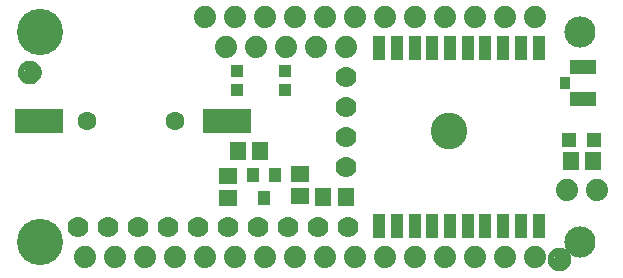
<source format=gbr>
G04 EAGLE Gerber RS-274X export*
G75*
%MOMM*%
%FSLAX34Y34*%
%LPD*%
%INSoldermask Top*%
%IPPOS*%
%AMOC8*
5,1,8,0,0,1.08239X$1,22.5*%
G01*
%ADD10R,1.101600X2.101600*%
%ADD11C,3.101600*%
%ADD12R,1.301600X1.301600*%
%ADD13R,1.341600X1.601600*%
%ADD14R,1.601600X1.341600*%
%ADD15C,1.601600*%
%ADD16R,4.101600X2.101600*%
%ADD17C,1.101600*%
%ADD18C,0.500000*%
%ADD19R,2.301600X1.151600*%
%ADD20R,0.901600X1.101600*%
%ADD21C,2.641600*%
%ADD22C,3.911600*%
%ADD23C,1.879600*%
%ADD24R,1.001600X1.001600*%
%ADD25C,1.778000*%
%ADD26R,1.101600X1.301600*%


D10*
X312230Y39300D03*
X327230Y39300D03*
X342230Y39300D03*
X357230Y39300D03*
X372230Y39300D03*
X387230Y39300D03*
X402230Y39300D03*
X417230Y39300D03*
X432230Y39300D03*
X447230Y39300D03*
X447230Y189300D03*
X432230Y189300D03*
X417230Y189300D03*
X402230Y189300D03*
X387230Y189300D03*
X372230Y189300D03*
X357230Y189300D03*
X342230Y189300D03*
X327230Y189300D03*
X312230Y189300D03*
D11*
X371230Y119300D03*
D12*
X494370Y112000D03*
X473370Y112000D03*
D13*
X474370Y94220D03*
X493370Y94220D03*
X283820Y63500D03*
X264820Y63500D03*
X192430Y102870D03*
X211430Y102870D03*
D14*
X184150Y62650D03*
X184150Y81650D03*
D15*
X139830Y128270D03*
X65330Y128270D03*
D16*
X24330Y128270D03*
X183230Y128270D03*
D17*
X16510Y168910D03*
D18*
X16510Y176410D02*
X16329Y176408D01*
X16148Y176401D01*
X15967Y176390D01*
X15786Y176375D01*
X15606Y176355D01*
X15426Y176331D01*
X15247Y176303D01*
X15069Y176270D01*
X14892Y176233D01*
X14715Y176192D01*
X14540Y176147D01*
X14365Y176097D01*
X14192Y176043D01*
X14021Y175985D01*
X13850Y175923D01*
X13682Y175856D01*
X13515Y175786D01*
X13349Y175712D01*
X13186Y175633D01*
X13025Y175551D01*
X12865Y175465D01*
X12708Y175375D01*
X12553Y175281D01*
X12400Y175184D01*
X12250Y175082D01*
X12102Y174978D01*
X11956Y174869D01*
X11814Y174758D01*
X11674Y174642D01*
X11537Y174524D01*
X11402Y174402D01*
X11271Y174277D01*
X11143Y174149D01*
X11018Y174018D01*
X10896Y173883D01*
X10778Y173746D01*
X10662Y173606D01*
X10551Y173464D01*
X10442Y173318D01*
X10338Y173170D01*
X10236Y173020D01*
X10139Y172867D01*
X10045Y172712D01*
X9955Y172555D01*
X9869Y172395D01*
X9787Y172234D01*
X9708Y172071D01*
X9634Y171905D01*
X9564Y171738D01*
X9497Y171570D01*
X9435Y171399D01*
X9377Y171228D01*
X9323Y171055D01*
X9273Y170880D01*
X9228Y170705D01*
X9187Y170528D01*
X9150Y170351D01*
X9117Y170173D01*
X9089Y169994D01*
X9065Y169814D01*
X9045Y169634D01*
X9030Y169453D01*
X9019Y169272D01*
X9012Y169091D01*
X9010Y168910D01*
X16510Y176410D02*
X16691Y176408D01*
X16872Y176401D01*
X17053Y176390D01*
X17234Y176375D01*
X17414Y176355D01*
X17594Y176331D01*
X17773Y176303D01*
X17951Y176270D01*
X18128Y176233D01*
X18305Y176192D01*
X18480Y176147D01*
X18655Y176097D01*
X18828Y176043D01*
X18999Y175985D01*
X19170Y175923D01*
X19338Y175856D01*
X19505Y175786D01*
X19671Y175712D01*
X19834Y175633D01*
X19995Y175551D01*
X20155Y175465D01*
X20312Y175375D01*
X20467Y175281D01*
X20620Y175184D01*
X20770Y175082D01*
X20918Y174978D01*
X21064Y174869D01*
X21206Y174758D01*
X21346Y174642D01*
X21483Y174524D01*
X21618Y174402D01*
X21749Y174277D01*
X21877Y174149D01*
X22002Y174018D01*
X22124Y173883D01*
X22242Y173746D01*
X22358Y173606D01*
X22469Y173464D01*
X22578Y173318D01*
X22682Y173170D01*
X22784Y173020D01*
X22881Y172867D01*
X22975Y172712D01*
X23065Y172555D01*
X23151Y172395D01*
X23233Y172234D01*
X23312Y172071D01*
X23386Y171905D01*
X23456Y171738D01*
X23523Y171570D01*
X23585Y171399D01*
X23643Y171228D01*
X23697Y171055D01*
X23747Y170880D01*
X23792Y170705D01*
X23833Y170528D01*
X23870Y170351D01*
X23903Y170173D01*
X23931Y169994D01*
X23955Y169814D01*
X23975Y169634D01*
X23990Y169453D01*
X24001Y169272D01*
X24008Y169091D01*
X24010Y168910D01*
X24008Y168729D01*
X24001Y168548D01*
X23990Y168367D01*
X23975Y168186D01*
X23955Y168006D01*
X23931Y167826D01*
X23903Y167647D01*
X23870Y167469D01*
X23833Y167292D01*
X23792Y167115D01*
X23747Y166940D01*
X23697Y166765D01*
X23643Y166592D01*
X23585Y166421D01*
X23523Y166250D01*
X23456Y166082D01*
X23386Y165915D01*
X23312Y165749D01*
X23233Y165586D01*
X23151Y165425D01*
X23065Y165265D01*
X22975Y165108D01*
X22881Y164953D01*
X22784Y164800D01*
X22682Y164650D01*
X22578Y164502D01*
X22469Y164356D01*
X22358Y164214D01*
X22242Y164074D01*
X22124Y163937D01*
X22002Y163802D01*
X21877Y163671D01*
X21749Y163543D01*
X21618Y163418D01*
X21483Y163296D01*
X21346Y163178D01*
X21206Y163062D01*
X21064Y162951D01*
X20918Y162842D01*
X20770Y162738D01*
X20620Y162636D01*
X20467Y162539D01*
X20312Y162445D01*
X20155Y162355D01*
X19995Y162269D01*
X19834Y162187D01*
X19671Y162108D01*
X19505Y162034D01*
X19338Y161964D01*
X19170Y161897D01*
X18999Y161835D01*
X18828Y161777D01*
X18655Y161723D01*
X18480Y161673D01*
X18305Y161628D01*
X18128Y161587D01*
X17951Y161550D01*
X17773Y161517D01*
X17594Y161489D01*
X17414Y161465D01*
X17234Y161445D01*
X17053Y161430D01*
X16872Y161419D01*
X16691Y161412D01*
X16510Y161410D01*
X16329Y161412D01*
X16148Y161419D01*
X15967Y161430D01*
X15786Y161445D01*
X15606Y161465D01*
X15426Y161489D01*
X15247Y161517D01*
X15069Y161550D01*
X14892Y161587D01*
X14715Y161628D01*
X14540Y161673D01*
X14365Y161723D01*
X14192Y161777D01*
X14021Y161835D01*
X13850Y161897D01*
X13682Y161964D01*
X13515Y162034D01*
X13349Y162108D01*
X13186Y162187D01*
X13025Y162269D01*
X12865Y162355D01*
X12708Y162445D01*
X12553Y162539D01*
X12400Y162636D01*
X12250Y162738D01*
X12102Y162842D01*
X11956Y162951D01*
X11814Y163062D01*
X11674Y163178D01*
X11537Y163296D01*
X11402Y163418D01*
X11271Y163543D01*
X11143Y163671D01*
X11018Y163802D01*
X10896Y163937D01*
X10778Y164074D01*
X10662Y164214D01*
X10551Y164356D01*
X10442Y164502D01*
X10338Y164650D01*
X10236Y164800D01*
X10139Y164953D01*
X10045Y165108D01*
X9955Y165265D01*
X9869Y165425D01*
X9787Y165586D01*
X9708Y165749D01*
X9634Y165915D01*
X9564Y166082D01*
X9497Y166250D01*
X9435Y166421D01*
X9377Y166592D01*
X9323Y166765D01*
X9273Y166940D01*
X9228Y167115D01*
X9187Y167292D01*
X9150Y167469D01*
X9117Y167647D01*
X9089Y167826D01*
X9065Y168006D01*
X9045Y168186D01*
X9030Y168367D01*
X9019Y168548D01*
X9012Y168729D01*
X9010Y168910D01*
D17*
X465050Y10610D03*
D18*
X465050Y18110D02*
X464869Y18108D01*
X464688Y18101D01*
X464507Y18090D01*
X464326Y18075D01*
X464146Y18055D01*
X463966Y18031D01*
X463787Y18003D01*
X463609Y17970D01*
X463432Y17933D01*
X463255Y17892D01*
X463080Y17847D01*
X462905Y17797D01*
X462732Y17743D01*
X462561Y17685D01*
X462390Y17623D01*
X462222Y17556D01*
X462055Y17486D01*
X461889Y17412D01*
X461726Y17333D01*
X461565Y17251D01*
X461405Y17165D01*
X461248Y17075D01*
X461093Y16981D01*
X460940Y16884D01*
X460790Y16782D01*
X460642Y16678D01*
X460496Y16569D01*
X460354Y16458D01*
X460214Y16342D01*
X460077Y16224D01*
X459942Y16102D01*
X459811Y15977D01*
X459683Y15849D01*
X459558Y15718D01*
X459436Y15583D01*
X459318Y15446D01*
X459202Y15306D01*
X459091Y15164D01*
X458982Y15018D01*
X458878Y14870D01*
X458776Y14720D01*
X458679Y14567D01*
X458585Y14412D01*
X458495Y14255D01*
X458409Y14095D01*
X458327Y13934D01*
X458248Y13771D01*
X458174Y13605D01*
X458104Y13438D01*
X458037Y13270D01*
X457975Y13099D01*
X457917Y12928D01*
X457863Y12755D01*
X457813Y12580D01*
X457768Y12405D01*
X457727Y12228D01*
X457690Y12051D01*
X457657Y11873D01*
X457629Y11694D01*
X457605Y11514D01*
X457585Y11334D01*
X457570Y11153D01*
X457559Y10972D01*
X457552Y10791D01*
X457550Y10610D01*
X465050Y18110D02*
X465231Y18108D01*
X465412Y18101D01*
X465593Y18090D01*
X465774Y18075D01*
X465954Y18055D01*
X466134Y18031D01*
X466313Y18003D01*
X466491Y17970D01*
X466668Y17933D01*
X466845Y17892D01*
X467020Y17847D01*
X467195Y17797D01*
X467368Y17743D01*
X467539Y17685D01*
X467710Y17623D01*
X467878Y17556D01*
X468045Y17486D01*
X468211Y17412D01*
X468374Y17333D01*
X468535Y17251D01*
X468695Y17165D01*
X468852Y17075D01*
X469007Y16981D01*
X469160Y16884D01*
X469310Y16782D01*
X469458Y16678D01*
X469604Y16569D01*
X469746Y16458D01*
X469886Y16342D01*
X470023Y16224D01*
X470158Y16102D01*
X470289Y15977D01*
X470417Y15849D01*
X470542Y15718D01*
X470664Y15583D01*
X470782Y15446D01*
X470898Y15306D01*
X471009Y15164D01*
X471118Y15018D01*
X471222Y14870D01*
X471324Y14720D01*
X471421Y14567D01*
X471515Y14412D01*
X471605Y14255D01*
X471691Y14095D01*
X471773Y13934D01*
X471852Y13771D01*
X471926Y13605D01*
X471996Y13438D01*
X472063Y13270D01*
X472125Y13099D01*
X472183Y12928D01*
X472237Y12755D01*
X472287Y12580D01*
X472332Y12405D01*
X472373Y12228D01*
X472410Y12051D01*
X472443Y11873D01*
X472471Y11694D01*
X472495Y11514D01*
X472515Y11334D01*
X472530Y11153D01*
X472541Y10972D01*
X472548Y10791D01*
X472550Y10610D01*
X472548Y10429D01*
X472541Y10248D01*
X472530Y10067D01*
X472515Y9886D01*
X472495Y9706D01*
X472471Y9526D01*
X472443Y9347D01*
X472410Y9169D01*
X472373Y8992D01*
X472332Y8815D01*
X472287Y8640D01*
X472237Y8465D01*
X472183Y8292D01*
X472125Y8121D01*
X472063Y7950D01*
X471996Y7782D01*
X471926Y7615D01*
X471852Y7449D01*
X471773Y7286D01*
X471691Y7125D01*
X471605Y6965D01*
X471515Y6808D01*
X471421Y6653D01*
X471324Y6500D01*
X471222Y6350D01*
X471118Y6202D01*
X471009Y6056D01*
X470898Y5914D01*
X470782Y5774D01*
X470664Y5637D01*
X470542Y5502D01*
X470417Y5371D01*
X470289Y5243D01*
X470158Y5118D01*
X470023Y4996D01*
X469886Y4878D01*
X469746Y4762D01*
X469604Y4651D01*
X469458Y4542D01*
X469310Y4438D01*
X469160Y4336D01*
X469007Y4239D01*
X468852Y4145D01*
X468695Y4055D01*
X468535Y3969D01*
X468374Y3887D01*
X468211Y3808D01*
X468045Y3734D01*
X467878Y3664D01*
X467710Y3597D01*
X467539Y3535D01*
X467368Y3477D01*
X467195Y3423D01*
X467020Y3373D01*
X466845Y3328D01*
X466668Y3287D01*
X466491Y3250D01*
X466313Y3217D01*
X466134Y3189D01*
X465954Y3165D01*
X465774Y3145D01*
X465593Y3130D01*
X465412Y3119D01*
X465231Y3112D01*
X465050Y3110D01*
X464869Y3112D01*
X464688Y3119D01*
X464507Y3130D01*
X464326Y3145D01*
X464146Y3165D01*
X463966Y3189D01*
X463787Y3217D01*
X463609Y3250D01*
X463432Y3287D01*
X463255Y3328D01*
X463080Y3373D01*
X462905Y3423D01*
X462732Y3477D01*
X462561Y3535D01*
X462390Y3597D01*
X462222Y3664D01*
X462055Y3734D01*
X461889Y3808D01*
X461726Y3887D01*
X461565Y3969D01*
X461405Y4055D01*
X461248Y4145D01*
X461093Y4239D01*
X460940Y4336D01*
X460790Y4438D01*
X460642Y4542D01*
X460496Y4651D01*
X460354Y4762D01*
X460214Y4878D01*
X460077Y4996D01*
X459942Y5118D01*
X459811Y5243D01*
X459683Y5371D01*
X459558Y5502D01*
X459436Y5637D01*
X459318Y5774D01*
X459202Y5914D01*
X459091Y6056D01*
X458982Y6202D01*
X458878Y6350D01*
X458776Y6500D01*
X458679Y6653D01*
X458585Y6808D01*
X458495Y6965D01*
X458409Y7125D01*
X458327Y7286D01*
X458248Y7449D01*
X458174Y7615D01*
X458104Y7782D01*
X458037Y7950D01*
X457975Y8121D01*
X457917Y8292D01*
X457863Y8465D01*
X457813Y8640D01*
X457768Y8815D01*
X457727Y8992D01*
X457690Y9169D01*
X457657Y9347D01*
X457629Y9526D01*
X457605Y9706D01*
X457585Y9886D01*
X457570Y10067D01*
X457559Y10248D01*
X457552Y10429D01*
X457550Y10610D01*
D19*
X485140Y146270D03*
X485140Y173770D03*
D20*
X469890Y160020D03*
D21*
X482600Y203200D03*
X482600Y25400D03*
D22*
X25400Y203200D03*
X25400Y25400D03*
D23*
X165100Y215900D03*
X190500Y215900D03*
X215900Y215900D03*
X241300Y215900D03*
X266700Y215900D03*
X292100Y215900D03*
X317500Y215900D03*
X342900Y215900D03*
X368300Y215900D03*
X393700Y215900D03*
X419100Y215900D03*
X444500Y215900D03*
X165100Y12700D03*
X190500Y12700D03*
X215900Y12700D03*
X241300Y12700D03*
X266700Y12700D03*
X292100Y12700D03*
X317500Y12700D03*
X342900Y12700D03*
X368300Y12700D03*
X393700Y12700D03*
X419100Y12700D03*
X444500Y12700D03*
X139700Y12700D03*
X114300Y12700D03*
X88900Y12700D03*
X63500Y12700D03*
D24*
X191590Y154560D03*
X191590Y170560D03*
X232590Y170560D03*
X232590Y154560D03*
D25*
X285750Y38100D03*
X260350Y38100D03*
X234950Y38100D03*
X209550Y38100D03*
X184150Y38100D03*
X158750Y38100D03*
X133350Y38100D03*
X107950Y38100D03*
X82550Y38100D03*
X57150Y38100D03*
D23*
X182880Y190500D03*
X208280Y190500D03*
X233680Y190500D03*
X259080Y190500D03*
X284480Y190500D03*
D26*
X214630Y62390D03*
X205130Y82390D03*
X224130Y82390D03*
D25*
X284480Y165100D03*
X284480Y139700D03*
X284480Y114300D03*
X284480Y88900D03*
D14*
X245110Y64160D03*
X245110Y83160D03*
D23*
X496570Y69850D03*
X471170Y69850D03*
M02*

</source>
